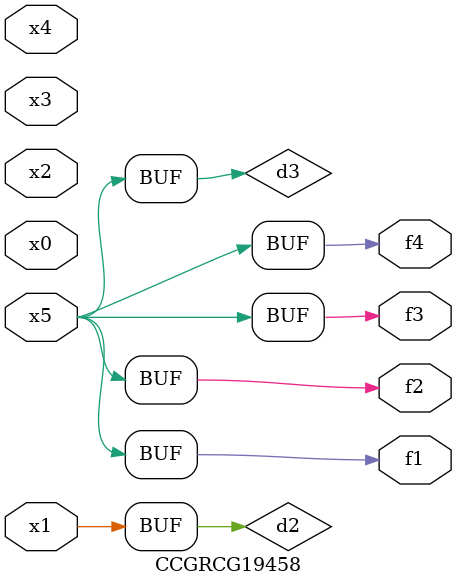
<source format=v>
module CCGRCG19458(
	input x0, x1, x2, x3, x4, x5,
	output f1, f2, f3, f4
);

	wire d1, d2, d3;

	not (d1, x5);
	or (d2, x1);
	xnor (d3, d1);
	assign f1 = d3;
	assign f2 = d3;
	assign f3 = d3;
	assign f4 = d3;
endmodule

</source>
